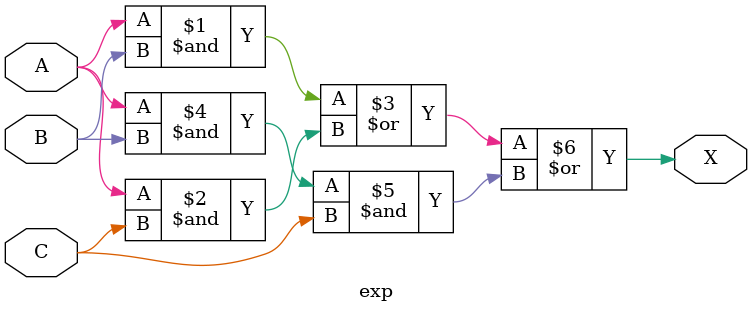
<source format=v>
`timescale 1ns / 1ps


module exp(A,B,C,X);
input A,B,C;
output X;
assign X=(A&B|A&C)|(A&B&C);
endmodule

</source>
